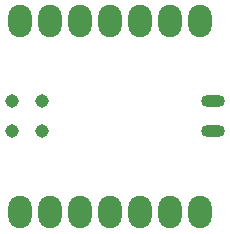
<source format=gbr>
%TF.GenerationSoftware,KiCad,Pcbnew,8.0.6*%
%TF.CreationDate,2024-11-06T21:14:03+01:00*%
%TF.ProjectId,ChocoEF,43686f63-6f45-4462-9e6b-696361645f70,rev?*%
%TF.SameCoordinates,Original*%
%TF.FileFunction,Paste,Top*%
%TF.FilePolarity,Positive*%
%FSLAX46Y46*%
G04 Gerber Fmt 4.6, Leading zero omitted, Abs format (unit mm)*
G04 Created by KiCad (PCBNEW 8.0.6) date 2024-11-06 21:14:03*
%MOMM*%
%LPD*%
G01*
G04 APERTURE LIST*
%ADD10O,1.998980X2.748280*%
%ADD11O,2.032000X1.016000*%
%ADD12C,1.143000*%
G04 APERTURE END LIST*
D10*
%TO.C,U1*%
X75060490Y-78681290D03*
X77600490Y-78681290D03*
X80140490Y-78681290D03*
X82680490Y-78681290D03*
X85220490Y-78681290D03*
X87760490Y-78681290D03*
X90300490Y-78681290D03*
X90300490Y-62516730D03*
X87760490Y-62516730D03*
X85220490Y-62516730D03*
X82680490Y-62516730D03*
X80140490Y-62516730D03*
X77600490Y-62516730D03*
X75060490Y-62516730D03*
D11*
X91378310Y-71814410D03*
X91378310Y-69264410D03*
D12*
X74374123Y-71815607D03*
X74374123Y-69275607D03*
X76914123Y-71815607D03*
X76914123Y-69275607D03*
%TD*%
M02*

</source>
